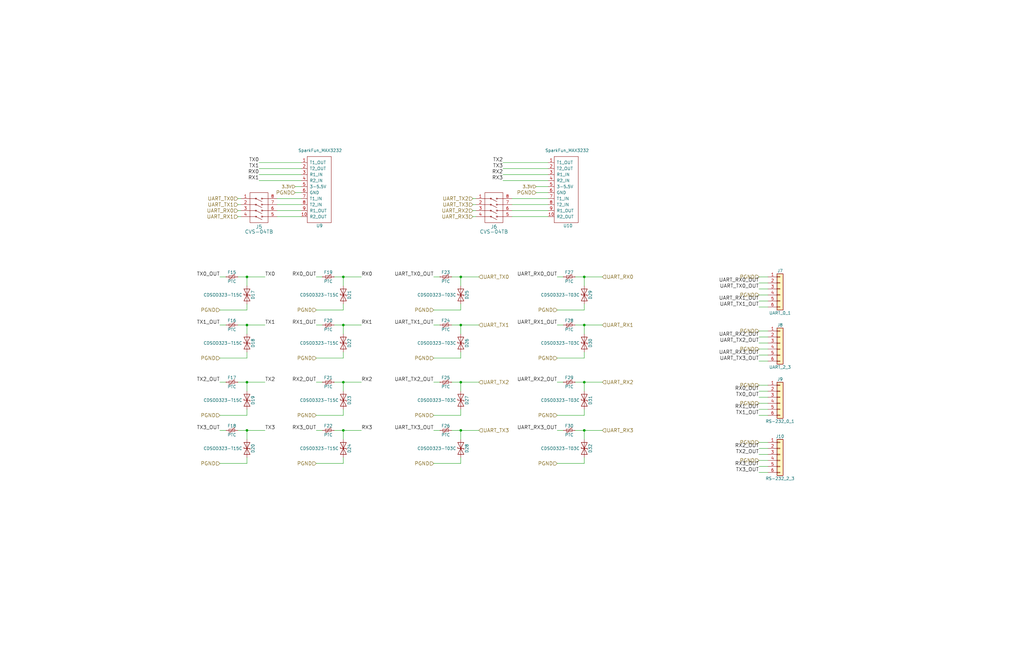
<source format=kicad_sch>
(kicad_sch (version 20211123) (generator eeschema)
  (paper "B")
  (title_block (title "Dual-Mag-Camera-Control") (date "2020-08-24") (rev "A") (company "Guatek"))
  (lib_symbols
    (symbol "Dual-Mag-Camera-Control-rescue:CVS-04TB-SPC-Control-rescue" (pin_names (offset 1.016))
      (property "Reference" "J" (at 0 -8.0772 0))
      (property "Value" "CVS-04TB-SPC-Control-rescue" (at -0.3048 7.8486 0))
      (symbol "CVS-04TB-SPC-Control-rescue_0_1"
        (rectangle (start -3.81 6.35) (end 3.81 -6.35))
        (circle (center -1.2954 -1.27) (radius 0.2794))
        (circle (center -1.2954 1.2446) (radius 0.2794))
        (circle (center -1.2954 3.8354) (radius 0.2794))
        (circle (center -1.2446 -3.7846) (radius 0.254))
        (polyline (pts (xy -1.27 3.81) (xy -3.81 3.81)))
        (polyline (pts (xy -1.27 3.81) (xy 1.27 2.54)))
        (polyline (pts (xy 2.54 -3.81) (xy 1.27 -3.81)))
        (polyline (pts (xy 2.54 -1.27) (xy 1.27 -1.27)))
        (polyline (pts (xy 2.54 1.27) (xy 1.27 1.27)))
        (polyline (pts (xy 2.54 3.81) (xy 1.27 3.81)))
        (polyline (pts (xy 2.54 3.81) (xy 3.81 3.81)))
        (polyline (pts (xy 3.81 -3.81) (xy 2.54 -3.81)))
        (polyline (pts (xy 3.81 -1.27) (xy 2.54 -1.27)))
        (polyline (pts (xy 3.81 1.27) (xy 2.54 1.27)))
        (polyline (pts (xy -3.81 -3.81) (xy -1.27 -3.81) (xy 1.27 -5.08)))
        (polyline (pts (xy -3.81 -1.27) (xy -1.27 -1.27) (xy 1.27 -2.54)))
        (polyline (pts (xy -3.81 1.27) (xy -1.27 1.27) (xy 1.27 0)))
        (circle (center 1.2192 1.2954) (radius 0.2794))
        (circle (center 1.2192 3.81) (radius 0.2794))
        (circle (center 1.27 -3.7846) (radius 0.3048))
        (circle (center 1.27 -1.2192) (radius 0.3048))
      )
      (symbol "CVS-04TB-SPC-Control-rescue_1_1"
        (pin passive line (at -7.62 3.81 0) (length 3.81) (name "~") (number "1"))
        (pin passive line (at -7.62 1.27 0) (length 3.81) (name "~") (number "2"))
        (pin passive line (at -7.62 -1.27 0) (length 3.81) (name "~") (number "3"))
        (pin passive line (at -7.62 -3.81 0) (length 3.81) (name "~") (number "4"))
        (pin passive line (at 7.62 -3.81 180) (length 3.81) (name "~") (number "5"))
        (pin passive line (at 7.62 -1.27 180) (length 3.81) (name "~") (number "6"))
        (pin passive line (at 7.62 1.27 180) (length 3.81) (name "~") (number "7"))
        (pin passive line (at 7.62 3.81 180) (length 3.81) (name "~") (number "8"))
      )
    )
    (symbol "Dual-Mag-Camera-Control-rescue:Conn_01x06-SPC-Control-rescue" (pin_names (offset 1.016) hide)
      (property "Reference" "J" (at 0 7.62 0))
      (property "Value" "Conn_01x06-SPC-Control-rescue" (at 0 -10.16 0))
      (symbol "Conn_01x06-SPC-Control-rescue_1_1"
        (rectangle (start -1.27 -7.493) (end 0 -7.747) (stroke (width 0.1524)))
        (rectangle (start -1.27 -4.953) (end 0 -5.207) (stroke (width 0.1524)))
        (rectangle (start -1.27 -2.413) (end 0 -2.667) (stroke (width 0.1524)))
        (rectangle (start -1.27 0.127) (end 0 -0.127) (stroke (width 0.1524)))
        (rectangle (start -1.27 2.667) (end 0 2.413) (stroke (width 0.1524)))
        (rectangle (start -1.27 5.207) (end 0 4.953) (stroke (width 0.1524)))
        (rectangle (start -1.27 6.35) (end 1.27 -8.89) (stroke (width 0.254)) (fill (type background)))
        (pin passive line (at -5.08 5.08 0) (length 3.81) (name "Pin_1") (number "1"))
        (pin passive line (at -5.08 2.54 0) (length 3.81) (name "Pin_2") (number "2"))
        (pin passive line (at -5.08 0 0) (length 3.81) (name "Pin_3") (number "3"))
        (pin passive line (at -5.08 -2.54 0) (length 3.81) (name "Pin_4") (number "4"))
        (pin passive line (at -5.08 -5.08 0) (length 3.81) (name "Pin_5") (number "5"))
        (pin passive line (at -5.08 -7.62 0) (length 3.81) (name "Pin_6") (number "6"))
      )
    )
    (symbol "Dual-Mag-Camera-Control-rescue:D_TVS-SPC-Control-rescue" (pin_numbers hide) (pin_names (offset 1.016) hide)
      (property "Reference" "D" (at 0 2.54 0))
      (property "Value" "D_TVS-SPC-Control-rescue" (at 0 -2.54 0))
      (symbol "D_TVS-SPC-Control-rescue_0_1"
        (polyline (pts (xy 1.27 0) (xy -1.27 0)))
        (polyline (pts (xy -2.54 -1.27) (xy 0 0) (xy -2.54 1.27) (xy -2.54 -1.27)) (stroke (width 0.2032)))
        (polyline (pts (xy 0.508 1.27) (xy 0 1.27) (xy 0 -1.27) (xy -0.508 -1.27)) (stroke (width 0.2032)))
        (polyline (pts (xy 2.54 1.27) (xy 2.54 -1.27) (xy 0 0) (xy 2.54 1.27)) (stroke (width 0.2032)))
      )
      (symbol "D_TVS-SPC-Control-rescue_1_1"
        (pin passive line (at -3.81 0 0) (length 2.54) (name "A1") (number "1"))
        (pin passive line (at 3.81 0 180) (length 2.54) (name "A2") (number "2"))
      )
    )
    (symbol "Dual-Mag-Camera-Control-rescue:Polyfuse_Small-SPC-Control-rescue" (pin_numbers hide) (pin_names (offset 0))
      (property "Reference" "F" (at -1.905 0 90))
      (property "Value" "Polyfuse_Small-SPC-Control-rescue" (at 1.905 0 90))
      (symbol "Polyfuse_Small-SPC-Control-rescue_0_1"
        (rectangle (start -0.508 1.27) (end 0.508 -1.27))
        (polyline (pts (xy 0 2.54) (xy 0 -2.54)))
        (polyline (pts (xy -1.016 1.27) (xy -1.016 0.762) (xy 1.016 -0.762) (xy 1.016 -1.27)))
      )
      (symbol "Polyfuse_Small-SPC-Control-rescue_1_1"
        (pin passive line (at 0 2.54 270) (length 0.635) (name "~") (number "1"))
        (pin passive line (at 0 -2.54 90) (length 0.635) (name "~") (number "2"))
      )
    )
    (symbol "Dual-Mag-Camera-Control-rescue:SparkFun_MAX3232-ProjectDevices" (pin_names (offset 1.016))
      (property "Reference" "U" (at 1.27 -15.24 0))
      (property "Value" "SparkFun_MAX3232-ProjectDevices" (at 0 15.24 0))
      (symbol "SparkFun_MAX3232-ProjectDevices_0_1"
        (rectangle (start 5.08 13.97) (end -5.08 -13.97))
      )
      (symbol "SparkFun_MAX3232-ProjectDevices_1_1"
        (pin bidirectional line (at 7.62 11.43 180) (length 2.54) (name "T1_OUT") (number "1"))
        (pin bidirectional line (at 7.62 -11.43 180) (length 2.54) (name "R2_OUT") (number "10"))
        (pin bidirectional line (at 7.62 8.89 180) (length 2.54) (name "T2_OUT") (number "2"))
        (pin bidirectional line (at 7.62 6.35 180) (length 2.54) (name "R1_IN") (number "3"))
        (pin bidirectional line (at 7.62 3.81 180) (length 2.54) (name "R2_IN") (number "4"))
        (pin bidirectional line (at 7.62 1.27 180) (length 2.54) (name "3-5.5V") (number "5"))
        (pin bidirectional line (at 7.62 -1.27 180) (length 2.54) (name "GND") (number "6"))
        (pin bidirectional line (at 7.62 -3.81 180) (length 2.54) (name "T1_IN") (number "7"))
        (pin bidirectional line (at 7.62 -6.35 180) (length 2.54) (name "T2_IN") (number "8"))
        (pin bidirectional line (at 7.62 -8.89 180) (length 2.54) (name "R1_OUT") (number "9"))
      )
    )
  )
  (junction (at 144.78 137.16))
  (junction (at 194.31 137.16))
  (junction (at 104.14 181.61))
  (junction (at 246.38 116.84))
  (junction (at 144.78 116.84))
  (junction (at 246.38 181.61))
  (junction (at 144.78 161.29))
  (junction (at 246.38 161.29))
  (junction (at 104.14 137.16))
  (junction (at 194.31 181.61))
  (junction (at 104.14 161.29))
  (junction (at 104.14 116.84))
  (junction (at 194.31 161.29))
  (junction (at 246.38 137.16))
  (junction (at 144.78 181.61))
  (junction (at 194.31 116.84))
  (wire (pts (xy 100.33 91.44) (xy 101.6 91.44)))
  (wire (pts (xy 215.9 91.44) (xy 231.14 91.44)))
  (wire (pts (xy 100.33 116.84) (xy 104.14 116.84)))
  (wire (pts (xy 95.25 116.84) (xy 92.71 116.84)))
  (wire (pts (xy 320.04 139.7) (xy 323.85 139.7)))
  (wire (pts (xy 246.38 195.58) (xy 246.38 193.04)))
  (wire (pts (xy 100.33 181.61) (xy 104.14 181.61)))
  (wire (pts (xy 100.33 161.29) (xy 104.14 161.29)))
  (wire (pts (xy 92.71 195.58) (xy 104.14 195.58)))
  (wire (pts (xy 320.04 144.78) (xy 323.85 144.78)))
  (wire (pts (xy 242.57 137.16) (xy 246.38 137.16)))
  (wire (pts (xy 140.97 116.84) (xy 144.78 116.84)))
  (wire (pts (xy 100.33 83.82) (xy 101.6 83.82)))
  (wire (pts (xy 144.78 161.29) (xy 152.4 161.29)))
  (wire (pts (xy 194.31 151.13) (xy 194.31 148.59)))
  (wire (pts (xy 194.31 137.16) (xy 194.31 140.97)))
  (wire (pts (xy 234.95 130.81) (xy 246.38 130.81)))
  (wire (pts (xy 185.42 161.29) (xy 182.88 161.29)))
  (wire (pts (xy 95.25 137.16) (xy 92.71 137.16)))
  (wire (pts (xy 104.14 195.58) (xy 104.14 193.04)))
  (wire (pts (xy 242.57 181.61) (xy 246.38 181.61)))
  (wire (pts (xy 246.38 130.81) (xy 246.38 128.27)))
  (wire (pts (xy 104.14 116.84) (xy 104.14 120.65)))
  (wire (pts (xy 200.66 86.36) (xy 199.39 86.36)))
  (wire (pts (xy 92.71 130.81) (xy 104.14 130.81)))
  (wire (pts (xy 124.46 81.28) (xy 127 81.28)))
  (wire (pts (xy 109.22 68.58) (xy 127 68.58)))
  (wire (pts (xy 194.31 116.84) (xy 194.31 120.65)))
  (wire (pts (xy 320.04 199.39) (xy 323.85 199.39)))
  (wire (pts (xy 104.14 116.84) (xy 111.76 116.84)))
  (wire (pts (xy 144.78 137.16) (xy 152.4 137.16)))
  (wire (pts (xy 109.22 73.66) (xy 127 73.66)))
  (wire (pts (xy 190.5 116.84) (xy 194.31 116.84)))
  (wire (pts (xy 320.04 127) (xy 323.85 127)))
  (wire (pts (xy 144.78 151.13) (xy 144.78 148.59)))
  (wire (pts (xy 100.33 88.9) (xy 101.6 88.9)))
  (wire (pts (xy 140.97 181.61) (xy 144.78 181.61)))
  (wire (pts (xy 226.06 81.28) (xy 231.14 81.28)))
  (wire (pts (xy 185.42 116.84) (xy 182.88 116.84)))
  (wire (pts (xy 133.35 175.26) (xy 144.78 175.26)))
  (wire (pts (xy 194.31 161.29) (xy 194.31 165.1)))
  (wire (pts (xy 246.38 181.61) (xy 246.38 185.42)))
  (wire (pts (xy 226.06 78.74) (xy 231.14 78.74)))
  (wire (pts (xy 194.31 161.29) (xy 201.93 161.29)))
  (wire (pts (xy 320.04 124.46) (xy 323.85 124.46)))
  (wire (pts (xy 104.14 151.13) (xy 104.14 148.59)))
  (wire (pts (xy 320.04 170.18) (xy 323.85 170.18)))
  (wire (pts (xy 182.88 195.58) (xy 194.31 195.58)))
  (wire (pts (xy 320.04 152.4) (xy 323.85 152.4)))
  (wire (pts (xy 104.14 181.61) (xy 104.14 185.42)))
  (wire (pts (xy 182.88 151.13) (xy 194.31 151.13)))
  (wire (pts (xy 190.5 181.61) (xy 194.31 181.61)))
  (wire (pts (xy 215.9 88.9) (xy 231.14 88.9)))
  (wire (pts (xy 246.38 116.84) (xy 246.38 120.65)))
  (wire (pts (xy 212.09 71.12) (xy 231.14 71.12)))
  (wire (pts (xy 212.09 68.58) (xy 231.14 68.58)))
  (wire (pts (xy 234.95 175.26) (xy 246.38 175.26)))
  (wire (pts (xy 237.49 137.16) (xy 234.95 137.16)))
  (wire (pts (xy 116.84 83.82) (xy 127 83.82)))
  (wire (pts (xy 140.97 137.16) (xy 144.78 137.16)))
  (wire (pts (xy 320.04 191.77) (xy 323.85 191.77)))
  (wire (pts (xy 92.71 175.26) (xy 104.14 175.26)))
  (wire (pts (xy 190.5 161.29) (xy 194.31 161.29)))
  (wire (pts (xy 194.31 116.84) (xy 201.93 116.84)))
  (wire (pts (xy 320.04 149.86) (xy 323.85 149.86)))
  (wire (pts (xy 246.38 161.29) (xy 254 161.29)))
  (wire (pts (xy 246.38 151.13) (xy 246.38 148.59)))
  (wire (pts (xy 182.88 175.26) (xy 194.31 175.26)))
  (wire (pts (xy 320.04 119.38) (xy 323.85 119.38)))
  (wire (pts (xy 190.5 137.16) (xy 194.31 137.16)))
  (wire (pts (xy 101.6 86.36) (xy 100.33 86.36)))
  (wire (pts (xy 320.04 129.54) (xy 323.85 129.54)))
  (wire (pts (xy 215.9 83.82) (xy 231.14 83.82)))
  (wire (pts (xy 194.31 181.61) (xy 201.93 181.61)))
  (wire (pts (xy 104.14 137.16) (xy 111.76 137.16)))
  (wire (pts (xy 144.78 195.58) (xy 144.78 193.04)))
  (wire (pts (xy 100.33 137.16) (xy 104.14 137.16)))
  (wire (pts (xy 109.22 71.12) (xy 127 71.12)))
  (wire (pts (xy 92.71 151.13) (xy 104.14 151.13)))
  (wire (pts (xy 246.38 181.61) (xy 254 181.61)))
  (wire (pts (xy 237.49 161.29) (xy 234.95 161.29)))
  (wire (pts (xy 144.78 175.26) (xy 144.78 172.72)))
  (wire (pts (xy 104.14 161.29) (xy 111.76 161.29)))
  (wire (pts (xy 242.57 116.84) (xy 246.38 116.84)))
  (wire (pts (xy 199.39 91.44) (xy 200.66 91.44)))
  (wire (pts (xy 320.04 175.26) (xy 323.85 175.26)))
  (wire (pts (xy 185.42 137.16) (xy 182.88 137.16)))
  (wire (pts (xy 246.38 137.16) (xy 246.38 140.97)))
  (wire (pts (xy 133.35 195.58) (xy 144.78 195.58)))
  (wire (pts (xy 133.35 130.81) (xy 144.78 130.81)))
  (wire (pts (xy 144.78 137.16) (xy 144.78 140.97)))
  (wire (pts (xy 194.31 130.81) (xy 194.31 128.27)))
  (wire (pts (xy 246.38 161.29) (xy 246.38 165.1)))
  (wire (pts (xy 144.78 161.29) (xy 144.78 165.1)))
  (wire (pts (xy 194.31 195.58) (xy 194.31 193.04)))
  (wire (pts (xy 133.35 151.13) (xy 144.78 151.13)))
  (wire (pts (xy 109.22 76.2) (xy 127 76.2)))
  (wire (pts (xy 320.04 147.32) (xy 323.85 147.32)))
  (wire (pts (xy 212.09 76.2) (xy 231.14 76.2)))
  (wire (pts (xy 135.89 116.84) (xy 133.35 116.84)))
  (wire (pts (xy 320.04 121.92) (xy 323.85 121.92)))
  (wire (pts (xy 246.38 175.26) (xy 246.38 172.72)))
  (wire (pts (xy 144.78 181.61) (xy 152.4 181.61)))
  (wire (pts (xy 237.49 181.61) (xy 234.95 181.61)))
  (wire (pts (xy 116.84 86.36) (xy 127 86.36)))
  (wire (pts (xy 234.95 151.13) (xy 246.38 151.13)))
  (wire (pts (xy 116.84 88.9) (xy 127 88.9)))
  (wire (pts (xy 212.09 73.66) (xy 231.14 73.66)))
  (wire (pts (xy 199.39 83.82) (xy 200.66 83.82)))
  (wire (pts (xy 104.14 130.81) (xy 104.14 128.27)))
  (wire (pts (xy 135.89 137.16) (xy 133.35 137.16)))
  (wire (pts (xy 104.14 137.16) (xy 104.14 140.97)))
  (wire (pts (xy 194.31 175.26) (xy 194.31 172.72)))
  (wire (pts (xy 320.04 194.31) (xy 323.85 194.31)))
  (wire (pts (xy 237.49 116.84) (xy 234.95 116.84)))
  (wire (pts (xy 104.14 175.26) (xy 104.14 172.72)))
  (wire (pts (xy 144.78 181.61) (xy 144.78 185.42)))
  (wire (pts (xy 199.39 88.9) (xy 200.66 88.9)))
  (wire (pts (xy 215.9 86.36) (xy 231.14 86.36)))
  (wire (pts (xy 182.88 130.81) (xy 194.31 130.81)))
  (wire (pts (xy 95.25 161.29) (xy 92.71 161.29)))
  (wire (pts (xy 246.38 116.84) (xy 254 116.84)))
  (wire (pts (xy 320.04 196.85) (xy 323.85 196.85)))
  (wire (pts (xy 144.78 116.84) (xy 144.78 120.65)))
  (wire (pts (xy 185.42 181.61) (xy 182.88 181.61)))
  (wire (pts (xy 320.04 189.23) (xy 323.85 189.23)))
  (wire (pts (xy 135.89 181.61) (xy 133.35 181.61)))
  (wire (pts (xy 144.78 130.81) (xy 144.78 128.27)))
  (wire (pts (xy 95.25 181.61) (xy 92.71 181.61)))
  (wire (pts (xy 140.97 161.29) (xy 144.78 161.29)))
  (wire (pts (xy 320.04 167.64) (xy 323.85 167.64)))
  (wire (pts (xy 320.04 162.56) (xy 323.85 162.56)))
  (wire (pts (xy 144.78 116.84) (xy 152.4 116.84)))
  (wire (pts (xy 127 78.74) (xy 124.46 78.74)))
  (wire (pts (xy 246.38 137.16) (xy 254 137.16)))
  (wire (pts (xy 104.14 161.29) (xy 104.14 165.1)))
  (wire (pts (xy 320.04 142.24) (xy 323.85 142.24)))
  (wire (pts (xy 320.04 165.1) (xy 323.85 165.1)))
  (wire (pts (xy 194.31 137.16) (xy 201.93 137.16)))
  (wire (pts (xy 320.04 116.84) (xy 323.85 116.84)))
  (wire (pts (xy 320.04 172.72) (xy 323.85 172.72)))
  (wire (pts (xy 135.89 161.29) (xy 133.35 161.29)))
  (wire (pts (xy 116.84 91.44) (xy 127 91.44)))
  (wire (pts (xy 104.14 181.61) (xy 111.76 181.61)))
  (wire (pts (xy 194.31 181.61) (xy 194.31 185.42)))
  (wire (pts (xy 320.04 186.69) (xy 323.85 186.69)))
  (wire (pts (xy 242.57 161.29) (xy 246.38 161.29)))
  (wire (pts (xy 234.95 195.58) (xy 246.38 195.58)))
  (label "TX3_OUT" (at 320.04 199.39 180) (effects (font (size 1.524 1.524))))
  (label "RX2" (at 212.09 73.66 180) (effects (font (size 1.524 1.524))))
  (label "RX3_OUT" (at 133.35 181.61 180) (effects (font (size 1.524 1.524))))
  (label "RX0_OUT" (at 133.35 116.84 180) (effects (font (size 1.524 1.524))))
  (label "UART_RX1_OUT" (at 320.04 127 180) (effects (font (size 1.524 1.524))))
  (label "TX2" (at 212.09 68.58 180) (effects (font (size 1.524 1.524))))
  (label "RX2" (at 152.4 161.29 0) (effects (font (size 1.524 1.524))))
  (label "UART_RX0_OUT" (at 234.95 116.84 180) (effects (font (size 1.524 1.524))))
  (label "RX0" (at 152.4 116.84 0) (effects (font (size 1.524 1.524))))
  (label "TX2_OUT" (at 92.71 161.29 180) (effects (font (size 1.524 1.524))))
  (label "RX1" (at 152.4 137.16 0) (effects (font (size 1.524 1.524))))
  (label "UART_RX2_OUT" (at 320.04 142.24 180) (effects (font (size 1.524 1.524))))
  (label "TX2" (at 111.76 161.29 0) (effects (font (size 1.524 1.524))))
  (label "RX0" (at 109.22 73.66 180) (effects (font (size 1.524 1.524))))
  (label "RX1" (at 109.22 76.2 180) (effects (font (size 1.524 1.524))))
  (label "RX3" (at 212.09 76.2 180) (effects (font (size 1.524 1.524))))
  (label "UART_RX0_OUT" (at 320.04 119.38 180) (effects (font (size 1.524 1.524))))
  (label "TX0_OUT" (at 92.71 116.84 180) (effects (font (size 1.524 1.524))))
  (label "TX0" (at 109.22 68.58 180) (effects (font (size 1.524 1.524))))
  (label "TX1" (at 109.22 71.12 180) (effects (font (size 1.524 1.524))))
  (label "TX2_OUT" (at 320.04 191.77 180) (effects (font (size 1.524 1.524))))
  (label "UART_RX2_OUT" (at 234.95 161.29 180) (effects (font (size 1.524 1.524))))
  (label "UART_RX1_OUT" (at 234.95 137.16 180) (effects (font (size 1.524 1.524))))
  (label "RX2_OUT" (at 133.35 161.29 180) (effects (font (size 1.524 1.524))))
  (label "RX3" (at 152.4 181.61 0) (effects (font (size 1.524 1.524))))
  (label "RX1_OUT" (at 133.35 137.16 180) (effects (font (size 1.524 1.524))))
  (label "RX1_OUT" (at 320.04 172.72 180) (effects (font (size 1.524 1.524))))
  (label "TX1_OUT" (at 92.71 137.16 180) (effects (font (size 1.524 1.524))))
  (label "UART_TX0_OUT" (at 182.88 116.84 180) (effects (font (size 1.524 1.524))))
  (label "UART_TX1_OUT" (at 320.04 129.54 180) (effects (font (size 1.524 1.524))))
  (label "RX2_OUT" (at 320.04 189.23 180) (effects (font (size 1.524 1.524))))
  (label "UART_RX3_OUT" (at 234.95 181.61 180) (effects (font (size 1.524 1.524))))
  (label "TX1" (at 111.76 137.16 0) (effects (font (size 1.524 1.524))))
  (label "UART_TX3_OUT" (at 320.04 152.4 180) (effects (font (size 1.524 1.524))))
  (label "TX0" (at 111.76 116.84 0) (effects (font (size 1.524 1.524))))
  (label "RX3_OUT" (at 320.04 196.85 180) (effects (font (size 1.524 1.524))))
  (label "UART_TX3_OUT" (at 182.88 181.61 180) (effects (font (size 1.524 1.524))))
  (label "TX3_OUT" (at 92.71 181.61 180) (effects (font (size 1.524 1.524))))
  (label "UART_TX1_OUT" (at 182.88 137.16 180) (effects (font (size 1.524 1.524))))
  (label "TX1_OUT" (at 320.04 175.26 180) (effects (font (size 1.524 1.524))))
  (label "UART_TX2_OUT" (at 182.88 161.29 180) (effects (font (size 1.524 1.524))))
  (label "RX0_OUT" (at 320.04 165.1 180) (effects (font (size 1.524 1.524))))
  (label "UART_TX2_OUT" (at 320.04 144.78 180) (effects (font (size 1.524 1.524))))
  (label "TX0_OUT" (at 320.04 167.64 180) (effects (font (size 1.524 1.524))))
  (label "TX3" (at 111.76 181.61 0) (effects (font (size 1.524 1.524))))
  (label "TX3" (at 212.09 71.12 180) (effects (font (size 1.524 1.524))))
  (label "UART_RX3_OUT" (at 320.04 149.86 180) (effects (font (size 1.524 1.524))))
  (label "UART_TX0_OUT" (at 320.04 121.92 180) (effects (font (size 1.524 1.524))))
  (hierarchical_label "PGND" (shape input) (at 234.95 175.26 180) (effects (font (size 1.524 1.524))))
  (hierarchical_label "PGND" (shape input) (at 182.88 151.13 180) (effects (font (size 1.524 1.524))))
  (hierarchical_label "UART_TX1" (shape input) (at 100.33 86.36 180) (effects (font (size 1.524 1.524))))
  (hierarchical_label "UART_RX0" (shape input) (at 100.33 88.9 180) (effects (font (size 1.524 1.524))))
  (hierarchical_label "UART_RX2" (shape input) (at 254 161.29 0) (effects (font (size 1.524 1.524))))
  (hierarchical_label "PGND" (shape input) (at 182.88 175.26 180) (effects (font (size 1.524 1.524))))
  (hierarchical_label "UART_TX2" (shape input) (at 199.39 83.82 180) (effects (font (size 1.524 1.524))))
  (hierarchical_label "PGND" (shape input) (at 133.35 130.81 180) (effects (font (size 1.524 1.524))))
  (hierarchical_label "UART_RX1" (shape input) (at 254 137.16 0) (effects (font (size 1.524 1.524))))
  (hierarchical_label "PGND" (shape input) (at 226.06 81.28 180) (effects (font (size 1.524 1.524))))
  (hierarchical_label "PGND" (shape input) (at 320.04 147.32 180) (effects (font (size 1.524 1.524))))
  (hierarchical_label "PGND" (shape input) (at 182.88 195.58 180) (effects (font (size 1.524 1.524))))
  (hierarchical_label "UART_TX0" (shape input) (at 100.33 83.82 180) (effects (font (size 1.524 1.524))))
  (hierarchical_label "PGND" (shape input) (at 124.46 81.28 180) (effects (font (size 1.524 1.524))))
  (hierarchical_label "UART_TX2" (shape input) (at 201.93 161.29 0) (effects (font (size 1.524 1.524))))
  (hierarchical_label "PGND" (shape input) (at 133.35 175.26 180) (effects (font (size 1.524 1.524))))
  (hierarchical_label "PGND" (shape input) (at 92.71 130.81 180) (effects (font (size 1.524 1.524))))
  (hierarchical_label "PGND" (shape input) (at 92.71 151.13 180) (effects (font (size 1.524 1.524))))
  (hierarchical_label "UART_TX1" (shape input) (at 201.93 137.16 0) (effects (font (size 1.524 1.524))))
  (hierarchical_label "3.3V" (shape input) (at 124.46 78.74 180))
  (hierarchical_label "PGND" (shape input) (at 133.35 195.58 180) (effects (font (size 1.524 1.524))))
  (hierarchical_label "PGND" (shape input) (at 92.71 195.58 180) (effects (font (size 1.524 1.524))))
  (hierarchical_label "PGND" (shape input) (at 234.95 151.13 180) (effects (font (size 1.524 1.524))))
  (hierarchical_label "UART_RX2" (shape input) (at 199.39 88.9 180) (effects (font (size 1.524 1.524))))
  (hierarchical_label "PGND" (shape input) (at 92.71 175.26 180) (effects (font (size 1.524 1.524))))
  (hierarchical_label "UART_TX3" (shape input) (at 199.39 86.36 180) (effects (font (size 1.524 1.524))))
  (hierarchical_label "UART_RX3" (shape input) (at 254 181.61 0) (effects (font (size 1.524 1.524))))
  (hierarchical_label "UART_RX3" (shape input) (at 199.39 91.44 180) (effects (font (size 1.524 1.524))))
  (hierarchical_label "PGND" (shape input) (at 320.04 124.46 180) (effects (font (size 1.524 1.524))))
  (hierarchical_label "PGND" (shape input) (at 320.04 139.7 180) (effects (font (size 1.524 1.524))))
  (hierarchical_label "PGND" (shape input) (at 182.88 130.81 180) (effects (font (size 1.524 1.524))))
  (hierarchical_label "3.3V" (shape input) (at 226.06 78.74 180))
  (hierarchical_label "PGND" (shape input) (at 133.35 151.13 180) (effects (font (size 1.524 1.524))))
  (hierarchical_label "UART_RX1" (shape input) (at 100.33 91.44 180) (effects (font (size 1.524 1.524))))
  (hierarchical_label "PGND" (shape input) (at 234.95 195.58 180) (effects (font (size 1.524 1.524))))
  (hierarchical_label "UART_TX3" (shape input) (at 201.93 181.61 0) (effects (font (size 1.524 1.524))))
  (hierarchical_label "PGND" (shape input) (at 320.04 170.18 180) (effects (font (size 1.524 1.524))))
  (hierarchical_label "PGND" (shape input) (at 320.04 116.84 180) (effects (font (size 1.524 1.524))))
  (hierarchical_label "PGND" (shape input) (at 320.04 194.31 180) (effects (font (size 1.524 1.524))))
  (hierarchical_label "UART_RX0" (shape input) (at 254 116.84 0) (effects (font (size 1.524 1.524))))
  (hierarchical_label "PGND" (shape input) (at 234.95 130.81 180) (effects (font (size 1.524 1.524))))
  (hierarchical_label "UART_TX0" (shape input) (at 201.93 116.84 0) (effects (font (size 1.524 1.524))))
  (hierarchical_label "PGND" (shape input) (at 320.04 186.69 180) (effects (font (size 1.524 1.524))))
  (hierarchical_label "PGND" (shape input) (at 320.04 162.56 180) (effects (font (size 1.524 1.524))))
  (symbol (lib_id "Dual-Mag-Camera-Control-rescue:CVS-04TB-SPC-Control-rescue") (at 109.22 87.63 0) (unit 1)
    (property "Reference" "J5" (at 109.22 95.7072 0) (effects (font (size 1.524 1.524))))
    (property "Value" "CVS-04TB" (at 109.22 97.79 0) (effects (font (size 1.524 1.524))))
    (property "Footprint" "UART-Mux:CVS-04TB" (effects hide))
    (property "Datasheet" "https://www.nidec-copal-electronics.com/e/catalog/switch/cvs.pdf" (effects hide))
    (property "Part Number" "563-1041-1-ND" (effects hide))
    (property "Supplier" "Digikey" (effects hide))
    (property "Link" "https://www.digikey.com/products/en?keywords=563-1041-1-ND" (effects hide))
  )
  (symbol (lib_id "Dual-Mag-Camera-Control-rescue:Polyfuse_Small-SPC-Control-rescue") (at 240.03 116.84 270) (unit 1)
    (property "Reference" "F27" (at 240.03 114.935 90))
    (property "Value" "PTC" (at 240.03 118.745 90))
    (property "Footprint" "Resistor_SMD:R_1210_3225Metric_Pad1.42x2.65mm_HandSolder" (effects hide))
    (property "Datasheet" "https://en.tdk.eu/inf/55/db/PTC/PTC_OC_SMD_0402_0603_1210_24V_230V.pdf" (effects hide))
    (property "Part Number" "495-3878-1-ND" (effects hide))
    (property "Supplier" "Digikey" (effects hide))
    (property "Link" "Value" (effects hide))
  )
  (symbol (lib_id "Dual-Mag-Camera-Control-rescue:CVS-04TB-SPC-Control-rescue") (at 208.28 87.63 0) (unit 1)
    (property "Reference" "J6" (at 208.28 95.7072 0) (effects (font (size 1.524 1.524))))
    (property "Value" "CVS-04TB" (at 208.28 97.79 0) (effects (font (size 1.524 1.524))))
    (property "Footprint" "UART-Mux:CVS-04TB" (effects hide))
    (property "Datasheet" "https://www.nidec-copal-electronics.com/e/catalog/switch/cvs.pdf" (effects hide))
    (property "Part Number" "563-1041-1-ND" (effects hide))
    (property "Supplier" "Digikey" (effects hide))
    (property "Link" "https://www.digikey.com/products/en?keywords=563-1041-1-ND" (effects hide))
  )
  (symbol (lib_id "Dual-Mag-Camera-Control-rescue:D_TVS-SPC-Control-rescue") (at 144.78 124.46 270) (unit 1)
    (property "Reference" "D21" (at 147.32 124.46 0))
    (property "Value" "CDSOD323-T15C" (at 134.62 124.46 90))
    (property "Footprint" "Diode_SMD:D_SOD-323" (effects hide))
    (property "Datasheet" "https://www.digikey.com/product-detail/en/bourns-inc/CDSOD323-T15C/CDSOD323-T15CCT-ND/3742034" (effects hide))
    (property "Part Number" "CDSOD323-T15CCT-ND" (effects hide))
    (property "Supplier" "Digikey" (effects hide))
    (property "Link" "https://www.digikey.com/products/en?keywords=CDSOD323-T15CCT-ND" (effects hide))
  )
  (symbol (lib_id "Dual-Mag-Camera-Control-rescue:D_TVS-SPC-Control-rescue") (at 194.31 124.46 270) (unit 1)
    (property "Reference" "D25" (at 196.85 124.46 0))
    (property "Value" "CDSOD323-T03C" (at 184.15 124.46 90))
    (property "Footprint" "Diode_SMD:D_SOD-323" (effects hide))
    (property "Datasheet" "https://www.digikey.com/product-detail/en/bourns-inc/CDSOD323-T15C/CDSOD323-T15CCT-ND/3742034" (effects hide))
    (property "Part Number" "CDSOD323-T03CCT-ND" (effects hide))
    (property "Supplier" "Digikey" (effects hide))
    (property "Link" "https://www.digikey.com/en/products/detail/bourns-inc/CDSOD323-T03C/3742077" (effects hide))
  )
  (symbol (lib_id "Dual-Mag-Camera-Control-rescue:D_TVS-SPC-Control-rescue") (at 246.38 124.46 270) (unit 1)
    (property "Reference" "D29" (at 248.92 124.46 0))
    (property "Value" "CDSOD323-T03C" (at 236.22 124.46 90))
    (property "Footprint" "Diode_SMD:D_SOD-323" (effects hide))
    (property "Datasheet" "https://www.digikey.com/product-detail/en/bourns-inc/CDSOD323-T15C/CDSOD323-T15CCT-ND/3742034" (effects hide))
    (property "Part Number" "CDSOD323-T03CCT-ND" (effects hide))
    (property "Supplier" "Digikey" (effects hide))
    (property "Link" "https://www.digikey.com/en/products/detail/bourns-inc/CDSOD323-T03C/3742077" (effects hide))
  )
  (symbol (lib_id "Dual-Mag-Camera-Control-rescue:D_TVS-SPC-Control-rescue") (at 246.38 144.78 270) (unit 1)
    (property "Reference" "D30" (at 248.92 144.78 0))
    (property "Value" "CDSOD323-T03C" (at 236.22 144.78 90))
    (property "Footprint" "Diode_SMD:D_SOD-323" (effects hide))
    (property "Datasheet" "https://www.digikey.com/product-detail/en/bourns-inc/CDSOD323-T15C/CDSOD323-T15CCT-ND/3742034" (effects hide))
    (property "Part Number" "CDSOD323-T03CCT-ND" (effects hide))
    (property "Supplier" "Digikey" (effects hide))
    (property "Link" "https://www.digikey.com/en/products/detail/bourns-inc/CDSOD323-T03C/3742077" (effects hide))
  )
  (symbol (lib_id "Dual-Mag-Camera-Control-rescue:D_TVS-SPC-Control-rescue") (at 194.31 144.78 270) (unit 1)
    (property "Reference" "D26" (at 196.85 144.78 0))
    (property "Value" "CDSOD323-T03C" (at 184.15 144.78 90))
    (property "Footprint" "Diode_SMD:D_SOD-323" (effects hide))
    (property "Datasheet" "https://www.digikey.com/product-detail/en/bourns-inc/CDSOD323-T15C/CDSOD323-T15CCT-ND/3742034" (effects hide))
    (property "Part Number" "CDSOD323-T03CCT-ND" (effects hide))
    (property "Supplier" "Digikey" (effects hide))
    (property "Link" "https://www.digikey.com/en/products/detail/bourns-inc/CDSOD323-T03C/3742077" (effects hide))
  )
  (symbol (lib_id "Dual-Mag-Camera-Control-rescue:D_TVS-SPC-Control-rescue") (at 194.31 168.91 270) (unit 1)
    (property "Reference" "D27" (at 196.85 168.91 0))
    (property "Value" "CDSOD323-T03C" (at 184.15 168.91 90))
    (property "Footprint" "Diode_SMD:D_SOD-323" (effects hide))
    (property "Datasheet" "https://www.digikey.com/product-detail/en/bourns-inc/CDSOD323-T15C/CDSOD323-T15CCT-ND/3742034" (effects hide))
    (property "Part Number" "CDSOD323-T03CCT-ND" (effects hide))
    (property "Supplier" "Digikey" (effects hide))
    (property "Link" "https://www.digikey.com/en/products/detail/bourns-inc/CDSOD323-T03C/3742077" (effects hide))
  )
  (symbol (lib_id "Dual-Mag-Camera-Control-rescue:D_TVS-SPC-Control-rescue") (at 246.38 168.91 270) (unit 1)
    (property "Reference" "D31" (at 248.92 168.91 0))
    (property "Value" "CDSOD323-T03C" (at 236.22 168.91 90))
    (property "Footprint" "Diode_SMD:D_SOD-323" (effects hide))
    (property "Datasheet" "https://www.digikey.com/product-detail/en/bourns-inc/CDSOD323-T15C/CDSOD323-T15CCT-ND/3742034" (effects hide))
    (property "Part Number" "CDSOD323-T03CCT-ND" (effects hide))
    (property "Supplier" "Digikey" (effects hide))
    (property "Link" "https://www.digikey.com/en/products/detail/bourns-inc/CDSOD323-T03C/3742077" (effects hide))
  )
  (symbol (lib_id "Dual-Mag-Camera-Control-rescue:D_TVS-SPC-Control-rescue") (at 246.38 189.23 270) (unit 1)
    (property "Reference" "D32" (at 248.92 189.23 0))
    (property "Value" "CDSOD323-T03C" (at 236.22 189.23 90))
    (property "Footprint" "Diode_SMD:D_SOD-323" (effects hide))
    (property "Datasheet" "https://www.digikey.com/product-detail/en/bourns-inc/CDSOD323-T15C/CDSOD323-T15CCT-ND/3742034" (effects hide))
    (property "Part Number" "CDSOD323-T03CCT-ND" (effects hide))
    (property "Supplier" "Digikey" (effects hide))
    (property "Link" "https://www.digikey.com/en/products/detail/bourns-inc/CDSOD323-T03C/3742077" (effects hide))
  )
  (symbol (lib_id "Dual-Mag-Camera-Control-rescue:D_TVS-SPC-Control-rescue") (at 194.31 189.23 270) (unit 1)
    (property "Reference" "D28" (at 196.85 189.23 0))
    (property "Value" "CDSOD323-T03C" (at 184.15 189.23 90))
    (property "Footprint" "Diode_SMD:D_SOD-323" (effects hide))
    (property "Datasheet" "https://www.digikey.com/product-detail/en/bourns-inc/CDSOD323-T15C/CDSOD323-T15CCT-ND/3742034" (effects hide))
    (property "Part Number" "CDSOD323-T03CCT-ND" (effects hide))
    (property "Supplier" "Digikey" (effects hide))
    (property "Link" "https://www.digikey.com/en/products/detail/bourns-inc/CDSOD323-T03C/3742077" (effects hide))
  )
  (symbol (lib_id "Dual-Mag-Camera-Control-rescue:Conn_01x06-SPC-Control-rescue") (at 328.93 121.92 0) (unit 1)
    (property "Reference" "J7" (at 328.93 114.3 0))
    (property "Value" "UART_0_1" (at 328.93 132.08 0))
    (property "Footprint" "Connector_Molex:Molex_Nano-Fit_105310-xx06_2x03_P2.50mm_Vertical" (effects hide))
    (property "Datasheet" "https://www.molex.com/pdm_docs/sd/1053101210_sd.pdf" (effects hide))
    (property "Part Number" "WM15076-ND" (effects hide))
    (property "Supplier" "Digikey" (effects hide))
    (property "Link" "https://www.digikey.com/en/products/detail/molex/1053102306/6164165" (effects hide))
  )
  (symbol (lib_id "Dual-Mag-Camera-Control-rescue:Conn_01x06-SPC-Control-rescue") (at 328.93 144.78 0) (unit 1)
    (property "Reference" "J8" (at 328.93 137.16 0))
    (property "Value" "UART_2_3" (at 328.93 154.94 0))
    (property "Footprint" "Connector_Molex:Molex_Nano-Fit_105310-xx06_2x03_P2.50mm_Vertical" (effects hide))
    (property "Datasheet" "https://www.molex.com/pdm_docs/sd/1053101210_sd.pdf" (effects hide))
    (property "Part Number" "WM15076-ND" (effects hide))
    (property "Supplier" "Digikey" (effects hide))
    (property "Link" "https://www.digikey.com/en/products/detail/molex/1053102306/6164165" (effects hide))
  )
  (symbol (lib_id "Dual-Mag-Camera-Control-rescue:Conn_01x06-SPC-Control-rescue") (at 328.93 167.64 0) (unit 1)
    (property "Reference" "J9" (at 328.93 160.02 0))
    (property "Value" "RS-232_0_1" (at 328.93 177.8 0))
    (property "Footprint" "Connector_Molex:Molex_Nano-Fit_105310-xx06_2x03_P2.50mm_Vertical" (effects hide))
    (property "Datasheet" "https://www.molex.com/pdm_docs/sd/1053101210_sd.pdf" (effects hide))
    (property "Part Number" "WM15076-ND" (effects hide))
    (property "Supplier" "Digikey" (effects hide))
    (property "Link" "https://www.digikey.com/en/products/detail/molex/1053102306/6164165" (effects hide))
  )
  (symbol (lib_id "Dual-Mag-Camera-Control-rescue:Conn_01x06-SPC-Control-rescue") (at 328.93 191.77 0) (unit 1)
    (property "Reference" "J10" (at 328.93 184.15 0))
    (property "Value" "RS-232_2_3" (at 328.93 201.93 0))
    (property "Footprint" "Connector_Molex:Molex_Nano-Fit_105310-xx06_2x03_P2.50mm_Vertical" (effects hide))
    (property "Datasheet" "https://www.molex.com/pdm_docs/sd/1053101210_sd.pdf" (effects hide))
    (property "Part Number" "WM15076-ND" (effects hide))
    (property "Supplier" "Digikey" (effects hide))
    (property "Link" "https://www.digikey.com/en/products/detail/molex/1053102306/6164165" (effects hide))
  )
  (symbol (lib_id "Dual-Mag-Camera-Control-rescue:D_TVS-SPC-Control-rescue") (at 104.14 124.46 270) (unit 1)
    (property "Reference" "D17" (at 106.68 124.46 0))
    (property "Value" "CDSOD323-T15C" (at 93.98 124.46 90))
    (property "Footprint" "Diode_SMD:D_SOD-323" (effects hide))
    (property "Datasheet" "https://www.digikey.com/product-detail/en/bourns-inc/CDSOD323-T15C/CDSOD323-T15CCT-ND/3742034" (effects hide))
    (property "Part Number" "CDSOD323-T15CCT-ND" (effects hide))
    (property "Supplier" "Digikey" (effects hide))
    (property "Link" "https://www.digikey.com/products/en?keywords=CDSOD323-T15CCT-ND" (effects hide))
  )
  (symbol (lib_id "Dual-Mag-Camera-Control-rescue:D_TVS-SPC-Control-rescue") (at 104.14 144.78 270) (unit 1)
    (property "Reference" "D18" (at 106.68 144.78 0))
    (property "Value" "CDSOD323-T15C" (at 93.98 144.78 90))
    (property "Footprint" "Diode_SMD:D_SOD-323" (effects hide))
    (property "Datasheet" "https://www.digikey.com/product-detail/en/bourns-inc/CDSOD323-T15C/CDSOD323-T15CCT-ND/3742034" (effects hide))
    (property "Part Number" "CDSOD323-T15CCT-ND" (effects hide))
    (property "Supplier" "Digikey" (effects hide))
    (property "Link" "https://www.digikey.com/products/en?keywords=CDSOD323-T15CCT-ND" (effects hide))
  )
  (symbol (lib_id "Dual-Mag-Camera-Control-rescue:D_TVS-SPC-Control-rescue") (at 104.14 168.91 270) (unit 1)
    (property "Reference" "D19" (at 106.68 168.91 0))
    (property "Value" "CDSOD323-T15C" (at 93.98 168.91 90))
    (property "Footprint" "Diode_SMD:D_SOD-323" (effects hide))
    (property "Datasheet" "https://www.digikey.com/product-detail/en/bourns-inc/CDSOD323-T15C/CDSOD323-T15CCT-ND/3742034" (effects hide))
    (property "Part Number" "CDSOD323-T15CCT-ND" (effects hide))
    (property "Supplier" "Digikey" (effects hide))
    (property "Link" "https://www.digikey.com/products/en?keywords=CDSOD323-T15CCT-ND" (effects hide))
  )
  (symbol (lib_id "Dual-Mag-Camera-Control-rescue:D_TVS-SPC-Control-rescue") (at 104.14 189.23 270) (unit 1)
    (property "Reference" "D20" (at 106.68 189.23 0))
    (property "Value" "CDSOD323-T15C" (at 93.98 189.23 90))
    (property "Footprint" "Diode_SMD:D_SOD-323" (effects hide))
    (property "Datasheet" "https://www.digikey.com/product-detail/en/bourns-inc/CDSOD323-T15C/CDSOD323-T15CCT-ND/3742034" (effects hide))
    (property "Part Number" "CDSOD323-T15CCT-ND" (effects hide))
    (property "Supplier" "Digikey" (effects hide))
    (property "Link" "https://www.digikey.com/products/en?keywords=CDSOD323-T15CCT-ND" (effects hide))
  )
  (symbol (lib_id "Dual-Mag-Camera-Control-rescue:D_TVS-SPC-Control-rescue") (at 144.78 189.23 270) (unit 1)
    (property "Reference" "D24" (at 147.32 189.23 0))
    (property "Value" "CDSOD323-T15C" (at 134.62 189.23 90))
    (property "Footprint" "Diode_SMD:D_SOD-323" (effects hide))
    (property "Datasheet" "https://www.digikey.com/product-detail/en/bourns-inc/CDSOD323-T15C/CDSOD323-T15CCT-ND/3742034" (effects hide))
    (property "Part Number" "CDSOD323-T15CCT-ND" (effects hide))
    (property "Supplier" "Digikey" (effects hide))
    (property "Link" "https://www.digikey.com/products/en?keywords=CDSOD323-T15CCT-ND" (effects hide))
  )
  (symbol (lib_id "Dual-Mag-Camera-Control-rescue:D_TVS-SPC-Control-rescue") (at 144.78 168.91 270) (unit 1)
    (property "Reference" "D23" (at 147.32 168.91 0))
    (property "Value" "CDSOD323-T15C" (at 134.62 168.91 90))
    (property "Footprint" "Diode_SMD:D_SOD-323" (effects hide))
    (property "Datasheet" "https://www.digikey.com/product-detail/en/bourns-inc/CDSOD323-T15C/CDSOD323-T15CCT-ND/3742034" (effects hide))
    (property "Part Number" "CDSOD323-T15CCT-ND" (effects hide))
    (property "Supplier" "Digikey" (effects hide))
    (property "Link" "https://www.digikey.com/products/en?keywords=CDSOD323-T15CCT-ND" (effects hide))
  )
  (symbol (lib_id "Dual-Mag-Camera-Control-rescue:D_TVS-SPC-Control-rescue") (at 144.78 144.78 270) (unit 1)
    (property "Reference" "D22" (at 147.32 144.78 0))
    (property "Value" "CDSOD323-T15C" (at 134.62 144.78 90))
    (property "Footprint" "Diode_SMD:D_SOD-323" (effects hide))
    (property "Datasheet" "https://www.digikey.com/product-detail/en/bourns-inc/CDSOD323-T15C/CDSOD323-T15CCT-ND/3742034" (effects hide))
    (property "Part Number" "CDSOD323-T15CCT-ND" (effects hide))
    (property "Supplier" "Digikey" (effects hide))
    (property "Link" "https://www.digikey.com/products/en?keywords=CDSOD323-T15CCT-ND" (effects hide))
  )
  (symbol (lib_id "Dual-Mag-Camera-Control-rescue:Polyfuse_Small-SPC-Control-rescue") (at 240.03 137.16 270) (unit 1)
    (property "Reference" "F28" (at 240.03 135.255 90))
    (property "Value" "PTC" (at 240.03 139.065 90))
    (property "Footprint" "Resistor_SMD:R_1210_3225Metric_Pad1.42x2.65mm_HandSolder" (effects hide))
    (property "Datasheet" "https://en.tdk.eu/inf/55/db/PTC/PTC_OC_SMD_0402_0603_1210_24V_230V.pdf" (effects hide))
    (property "Part Number" "495-3878-1-ND" (effects hide))
    (property "Supplier" "Digikey" (effects hide))
    (property "Link" "Value" (effects hide))
  )
  (symbol (lib_id "Dual-Mag-Camera-Control-rescue:Polyfuse_Small-SPC-Control-rescue") (at 240.03 161.29 270) (unit 1)
    (property "Reference" "F29" (at 240.03 159.385 90))
    (property "Value" "PTC" (at 240.03 163.195 90))
    (property "Footprint" "Resistor_SMD:R_1210_3225Metric_Pad1.42x2.65mm_HandSolder" (effects hide))
    (property "Datasheet" "https://en.tdk.eu/inf/55/db/PTC/PTC_OC_SMD_0402_0603_1210_24V_230V.pdf" (effects hide))
    (property "Part Number" "495-3878-1-ND" (effects hide))
    (property "Supplier" "Digikey" (effects hide))
    (property "Link" "Value" (effects hide))
  )
  (symbol (lib_id "Dual-Mag-Camera-Control-rescue:Polyfuse_Small-SPC-Control-rescue") (at 240.03 181.61 270) (unit 1)
    (property "Reference" "F30" (at 240.03 179.705 90))
    (property "Value" "PTC" (at 240.03 183.515 90))
    (property "Footprint" "Resistor_SMD:R_1210_3225Metric_Pad1.42x2.65mm_HandSolder" (effects hide))
    (property "Datasheet" "https://en.tdk.eu/inf/55/db/PTC/PTC_OC_SMD_0402_0603_1210_24V_230V.pdf" (effects hide))
    (property "Part Number" "495-3878-1-ND" (effects hide))
    (property "Supplier" "Digikey" (effects hide))
    (property "Link" "Value" (effects hide))
  )
  (symbol (lib_id "Dual-Mag-Camera-Control-rescue:Polyfuse_Small-SPC-Control-rescue") (at 187.96 181.61 270) (unit 1)
    (property "Reference" "F26" (at 187.96 179.705 90))
    (property "Value" "PTC" (at 187.96 183.515 90))
    (property "Footprint" "Resistor_SMD:R_1210_3225Metric_Pad1.42x2.65mm_HandSolder" (effects hide))
    (property "Datasheet" "https://en.tdk.eu/inf/55/db/PTC/PTC_OC_SMD_0402_0603_1210_24V_230V.pdf" (effects hide))
    (property "Part Number" "495-3878-1-ND" (effects hide))
    (property "Supplier" "Digikey" (effects hide))
    (property "Link" "Value" (effects hide))
  )
  (symbol (lib_id "Dual-Mag-Camera-Control-rescue:Polyfuse_Small-SPC-Control-rescue") (at 187.96 161.29 270) (unit 1)
    (property "Reference" "F25" (at 187.96 159.385 90))
    (property "Value" "PTC" (at 187.96 163.195 90))
    (property "Footprint" "Resistor_SMD:R_1210_3225Metric_Pad1.42x2.65mm_HandSolder" (effects hide))
    (property "Datasheet" "https://en.tdk.eu/inf/55/db/PTC/PTC_OC_SMD_0402_0603_1210_24V_230V.pdf" (effects hide))
    (property "Part Number" "495-3878-1-ND" (effects hide))
    (property "Supplier" "Digikey" (effects hide))
    (property "Link" "Value" (effects hide))
  )
  (symbol (lib_id "Dual-Mag-Camera-Control-rescue:Polyfuse_Small-SPC-Control-rescue") (at 187.96 137.16 270) (unit 1)
    (property "Reference" "F24" (at 187.96 135.255 90))
    (property "Value" "PTC" (at 187.96 139.065 90))
    (property "Footprint" "Resistor_SMD:R_1210_3225Metric_Pad1.42x2.65mm_HandSolder" (effects hide))
    (property "Datasheet" "https://en.tdk.eu/inf/55/db/PTC/PTC_OC_SMD_0402_0603_1210_24V_230V.pdf" (effects hide))
    (property "Part Number" "495-3878-1-ND" (effects hide))
    (property "Supplier" "Digikey" (effects hide))
    (property "Link" "Value" (effects hide))
  )
  (symbol (lib_id "Dual-Mag-Camera-Control-rescue:Polyfuse_Small-SPC-Control-rescue") (at 187.96 116.84 270) (unit 1)
    (property "Reference" "F23" (at 187.96 114.935 90))
    (property "Value" "PTC" (at 187.96 118.745 90))
    (property "Footprint" "Resistor_SMD:R_1210_3225Metric_Pad1.42x2.65mm_HandSolder" (effects hide))
    (property "Datasheet" "https://en.tdk.eu/inf/55/db/PTC/PTC_OC_SMD_0402_0603_1210_24V_230V.pdf" (effects hide))
    (property "Part Number" "495-3878-1-ND" (effects hide))
    (property "Supplier" "Digikey" (effects hide))
    (property "Link" "Value" (effects hide))
  )
  (symbol (lib_id "Dual-Mag-Camera-Control-rescue:Polyfuse_Small-SPC-Control-rescue") (at 138.43 116.84 270) (unit 1)
    (property "Reference" "F19" (at 138.43 114.935 90))
    (property "Value" "PTC" (at 138.43 118.745 90))
    (property "Footprint" "Resistor_SMD:R_1210_3225Metric_Pad1.42x2.65mm_HandSolder" (effects hide))
    (property "Datasheet" "https://en.tdk.eu/inf/55/db/PTC/PTC_OC_SMD_0402_0603_1210_24V_230V.pdf" (effects hide))
    (property "Part Number" "495-3878-1-ND" (effects hide))
    (property "Supplier" "Digikey" (effects hide))
    (property "Link" "Value" (effects hide))
  )
  (symbol (lib_id "Dual-Mag-Camera-Control-rescue:Polyfuse_Small-SPC-Control-rescue") (at 138.43 161.29 270) (unit 1)
    (property "Reference" "F21" (at 138.43 159.385 90))
    (property "Value" "PTC" (at 138.43 163.195 90))
    (property "Footprint" "Resistor_SMD:R_1210_3225Metric_Pad1.42x2.65mm_HandSolder" (effects hide))
    (property "Datasheet" "https://en.tdk.eu/inf/55/db/PTC/PTC_OC_SMD_0402_0603_1210_24V_230V.pdf" (effects hide))
    (property "Part Number" "495-3878-1-ND" (effects hide))
    (property "Supplier" "Digikey" (effects hide))
    (property "Link" "Value" (effects hide))
  )
  (symbol (lib_id "Dual-Mag-Camera-Control-rescue:Polyfuse_Small-SPC-Control-rescue") (at 138.43 137.16 270) (unit 1)
    (property "Reference" "F20" (at 138.43 135.255 90))
    (property "Value" "PTC" (at 138.43 139.065 90))
    (property "Footprint" "Resistor_SMD:R_1210_3225Metric_Pad1.42x2.65mm_HandSolder" (effects hide))
    (property "Datasheet" "https://en.tdk.eu/inf/55/db/PTC/PTC_OC_SMD_0402_0603_1210_24V_230V.pdf" (effects hide))
    (property "Part Number" "495-3878-1-ND" (effects hide))
    (property "Supplier" "Digikey" (effects hide))
    (property "Link" "Value" (effects hide))
  )
  (symbol (lib_id "Dual-Mag-Camera-Control-rescue:Polyfuse_Small-SPC-Control-rescue") (at 138.43 181.61 270) (unit 1)
    (property "Reference" "F22" (at 138.43 179.705 90))
    (property "Value" "PTC" (at 138.43 183.515 90))
    (property "Footprint" "Resistor_SMD:R_1210_3225Metric_Pad1.42x2.65mm_HandSolder" (effects hide))
    (property "Datasheet" "https://en.tdk.eu/inf/55/db/PTC/PTC_OC_SMD_0402_0603_1210_24V_230V.pdf" (effects hide))
    (property "Part Number" "495-3878-1-ND" (effects hide))
    (property "Supplier" "Digikey" (effects hide))
    (property "Link" "Value" (effects hide))
  )
  (symbol (lib_id "Dual-Mag-Camera-Control-rescue:Polyfuse_Small-SPC-Control-rescue") (at 97.79 181.61 270) (unit 1)
    (property "Reference" "F18" (at 97.79 179.705 90))
    (property "Value" "PTC" (at 97.79 183.515 90))
    (property "Footprint" "Resistor_SMD:R_1210_3225Metric_Pad1.42x2.65mm_HandSolder" (effects hide))
    (property "Datasheet" "https://en.tdk.eu/inf/55/db/PTC/PTC_OC_SMD_0402_0603_1210_24V_230V.pdf" (effects hide))
    (property "Part Number" "495-3878-1-ND" (effects hide))
    (property "Supplier" "Digikey" (effects hide))
    (property "Link" "Value" (effects hide))
  )
  (symbol (lib_id "Dual-Mag-Camera-Control-rescue:Polyfuse_Small-SPC-Control-rescue") (at 97.79 161.29 270) (unit 1)
    (property "Reference" "F17" (at 97.79 159.385 90))
    (property "Value" "PTC" (at 97.79 163.195 90))
    (property "Footprint" "Resistor_SMD:R_1210_3225Metric_Pad1.42x2.65mm_HandSolder" (effects hide))
    (property "Datasheet" "https://en.tdk.eu/inf/55/db/PTC/PTC_OC_SMD_0402_0603_1210_24V_230V.pdf" (effects hide))
    (property "Part Number" "495-3878-1-ND" (effects hide))
    (property "Supplier" "Digikey" (effects hide))
    (property "Link" "Value" (effects hide))
  )
  (symbol (lib_id "Dual-Mag-Camera-Control-rescue:Polyfuse_Small-SPC-Control-rescue") (at 97.79 137.16 270) (unit 1)
    (property "Reference" "F16" (at 97.79 135.255 90))
    (property "Value" "PTC" (at 97.79 139.065 90))
    (property "Footprint" "Resistor_SMD:R_1210_3225Metric_Pad1.42x2.65mm_HandSolder" (effects hide))
    (property "Datasheet" "https://en.tdk.eu/inf/55/db/PTC/PTC_OC_SMD_0402_0603_1210_24V_230V.pdf" (effects hide))
    (property "Part Number" "495-3878-1-ND" (effects hide))
    (property "Supplier" "Digikey" (effects hide))
    (property "Link" "Value" (effects hide))
  )
  (symbol (lib_id "Dual-Mag-Camera-Control-rescue:Polyfuse_Small-SPC-Control-rescue") (at 97.79 116.84 270) (unit 1)
    (property "Reference" "F15" (at 97.79 114.935 90))
    (property "Value" "PTC" (at 97.79 118.745 90))
    (property "Footprint" "Resistor_SMD:R_1210_3225Metric_Pad1.42x2.65mm_HandSolder" (effects hide))
    (property "Datasheet" "https://en.tdk.eu/inf/55/db/PTC/PTC_OC_SMD_0402_0603_1210_24V_230V.pdf" (effects hide))
    (property "Part Number" "495-3878-1-ND" (effects hide))
    (property "Supplier" "Digikey" (effects hide))
    (property "Link" "Value" (effects hide))
  )
  (symbol (lib_id "Dual-Mag-Camera-Control-rescue:SparkFun_MAX3232-ProjectDevices") (at 134.62 80.01 0) (mirror y) (unit 1)
    (property "Reference" "U9" (at 133.35 95.25 0) (effects (justify right)))
    (property "Value" "SparkFun_MAX3232" (at 125.73 63.5 0) (effects (justify right)))
    (property "Footprint" "ProjectFootprints:SparkFun_MAX3232" (effects hide))
    (property "Datasheet" "https://media.digikey.com/pdf/Data%20Sheets/Sparkfun%20PDFs/BOB-11189_Web.pdf" (effects hide))
    (property "Part Number" "1568-1193-ND" (effects hide))
    (property "Supplier" "Digikey" (effects hide))
    (property "Link" "https://www.digikey.com/products/en?keywords=sparkfun%20max3232" (effects hide))
  )
  (symbol (lib_id "Dual-Mag-Camera-Control-rescue:SparkFun_MAX3232-ProjectDevices") (at 238.76 80.01 0) (mirror y) (unit 1)
    (property "Reference" "U10" (at 237.49 95.25 0) (effects (justify right)))
    (property "Value" "SparkFun_MAX3232" (at 229.87 63.5 0) (effects (justify right)))
    (property "Footprint" "ProjectFootprints:SparkFun_MAX3232" (effects hide))
    (property "Datasheet" "https://media.digikey.com/pdf/Data%20Sheets/Sparkfun%20PDFs/BOB-11189_Web.pdf" (effects hide))
    (property "Part Number" "1568-1193-ND" (effects hide))
    (property "Supplier" "Digikey" (effects hide))
    (property "Link" "https://www.digikey.com/products/en?keywords=sparkfun%20max3232" (effects hide))
  )
)
</source>
